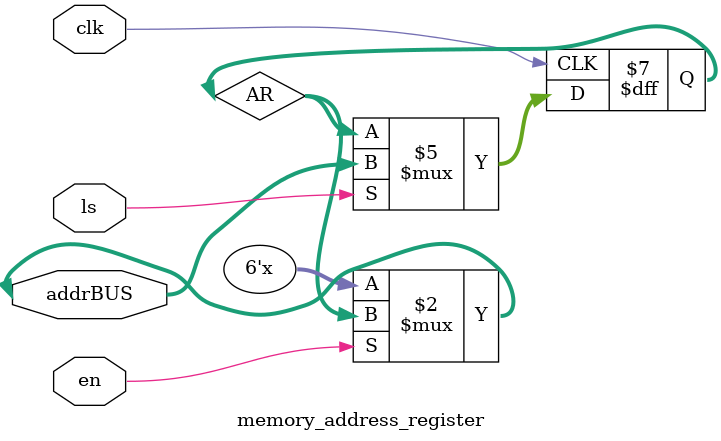
<source format=v>
`timescale 1ns / 1ps
module memory_address_register(clk,addrBUS,en,ls);
	input clk,en,ls;
	inout [5:0]addrBUS;
	reg [5:0]AR;
	
	initial begin AR = 6'd15; end
	
	always @(posedge clk)
	begin
		if(ls) begin
			//Store the address from address bus
			AR = addrBUS;
		end
	end
	
	assign addrBUS = (en) ? AR : 6'bZZZZZZ;

endmodule

</source>
